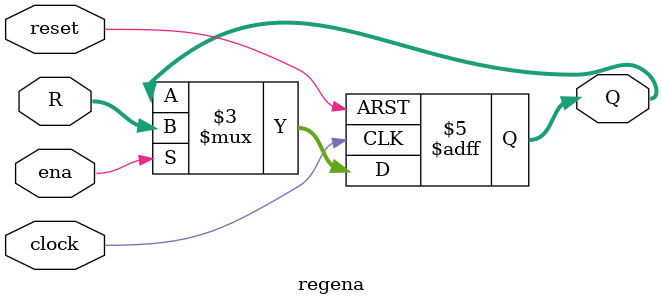
<source format=v>
`timescale 1ns / 1ps


// File: regena.v
// Description: 8-bit register with enable and asynchronous active-low reset

module regena(clock, ena, reset, R, Q);
    parameter n = 8;

    input [n-1:0] R;
    input clock, ena, reset;
    output reg [n-1:0] Q;

    always @(posedge clock or negedge reset) begin
        if (!reset)
            Q <= 0;
        else if (ena)
            Q <= R;
    end
endmodule


</source>
